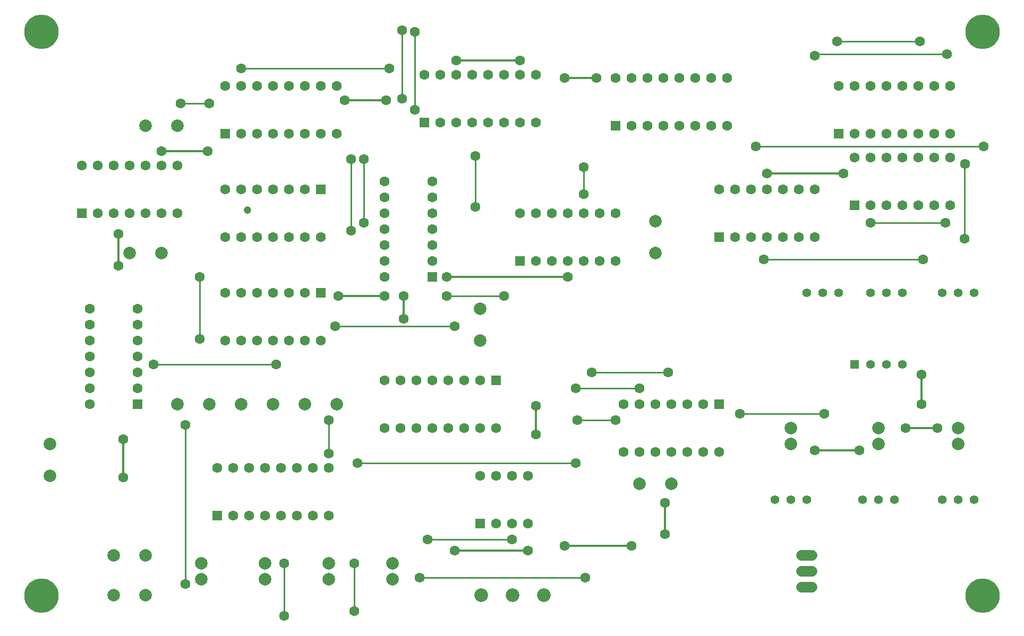
<source format=gbr>
G04 EAGLE Gerber RS-274X export*
G75*
%MOMM*%
%FSLAX34Y34*%
%LPD*%
%INTop Copper*%
%IPPOS*%
%AMOC8*
5,1,8,0,0,1.08239X$1,22.5*%
G01*
%ADD10C,2.000000*%
%ADD11R,1.400000X1.400000*%
%ADD12C,1.400000*%
%ADD13C,1.676400*%
%ADD14R,1.600000X1.600000*%
%ADD15C,1.600000*%
%ADD16C,2.184400*%
%ADD17C,0.300000*%
%ADD18C,1.206400*%
%ADD19C,0.254000*%
%ADD20C,5.500000*%


D10*
X1003300Y228600D03*
X1054100Y228600D03*
X368300Y355600D03*
X419100Y355600D03*
X469900Y355600D03*
X520700Y355600D03*
X266700Y355600D03*
X317500Y355600D03*
X190500Y596900D03*
X241300Y596900D03*
X215900Y800100D03*
X266700Y800100D03*
X749300Y508000D03*
X749300Y457200D03*
X1028700Y647700D03*
X1028700Y596900D03*
X304800Y101600D03*
X304800Y76200D03*
X406400Y101600D03*
X406400Y76200D03*
X508000Y101600D03*
X508000Y76200D03*
X609600Y101600D03*
X609600Y76200D03*
X1244600Y317500D03*
X1244600Y292100D03*
X1384300Y317500D03*
X1384300Y292100D03*
X1511300Y317500D03*
X1511300Y292100D03*
D11*
X1346200Y419100D03*
D12*
X1371600Y419100D03*
X1397000Y419100D03*
X1422400Y419100D03*
D13*
X1278382Y63500D02*
X1261618Y63500D01*
X1261618Y88900D02*
X1278382Y88900D01*
X1278382Y114300D02*
X1261618Y114300D01*
D12*
X1270000Y203200D03*
X1244600Y203200D03*
X1219200Y203200D03*
X1409700Y203200D03*
X1384300Y203200D03*
X1358900Y203200D03*
X1536700Y203200D03*
X1511300Y203200D03*
X1485900Y203200D03*
X1485900Y533400D03*
X1511300Y533400D03*
X1536700Y533400D03*
X1371600Y533400D03*
X1397000Y533400D03*
X1422400Y533400D03*
X1270000Y533400D03*
X1295400Y533400D03*
X1320800Y533400D03*
D10*
X165100Y114300D03*
X215900Y114300D03*
X215900Y50800D03*
X165100Y50800D03*
D14*
X749300Y165100D03*
D15*
X774700Y165100D03*
X800100Y165100D03*
X825500Y165100D03*
X825500Y241300D03*
X800100Y241300D03*
X774700Y241300D03*
X749300Y241300D03*
D14*
X114300Y660400D03*
D15*
X139700Y660400D03*
X165100Y660400D03*
X190500Y660400D03*
X215900Y660400D03*
X241300Y660400D03*
X266700Y660400D03*
X266700Y736600D03*
X241300Y736600D03*
X215900Y736600D03*
X190500Y736600D03*
X165100Y736600D03*
X139700Y736600D03*
X114300Y736600D03*
D14*
X1320800Y787400D03*
D15*
X1346200Y787400D03*
X1371600Y787400D03*
X1397000Y787400D03*
X1422400Y787400D03*
X1447800Y787400D03*
X1473200Y787400D03*
X1498600Y787400D03*
X1498600Y863600D03*
X1473200Y863600D03*
X1447800Y863600D03*
X1422400Y863600D03*
X1397000Y863600D03*
X1371600Y863600D03*
X1346200Y863600D03*
X1320800Y863600D03*
D14*
X965200Y800100D03*
D15*
X990600Y800100D03*
X1016000Y800100D03*
X1041400Y800100D03*
X1066800Y800100D03*
X1092200Y800100D03*
X1117600Y800100D03*
X1143000Y800100D03*
X1143000Y876300D03*
X1117600Y876300D03*
X1092200Y876300D03*
X1066800Y876300D03*
X1041400Y876300D03*
X1016000Y876300D03*
X990600Y876300D03*
X965200Y876300D03*
D14*
X660400Y805180D03*
D15*
X685800Y805180D03*
X711200Y805180D03*
X736600Y805180D03*
X762000Y805180D03*
X787400Y805180D03*
X812800Y805180D03*
X838200Y805180D03*
X838200Y881380D03*
X812800Y881380D03*
X787400Y881380D03*
X762000Y881380D03*
X736600Y881380D03*
X711200Y881380D03*
X685800Y881380D03*
X660400Y881380D03*
D14*
X342900Y787400D03*
D15*
X368300Y787400D03*
X393700Y787400D03*
X419100Y787400D03*
X444500Y787400D03*
X469900Y787400D03*
X495300Y787400D03*
X520700Y787400D03*
X520700Y863600D03*
X495300Y863600D03*
X469900Y863600D03*
X444500Y863600D03*
X419100Y863600D03*
X393700Y863600D03*
X368300Y863600D03*
X342900Y863600D03*
D14*
X1130300Y622300D03*
D15*
X1155700Y622300D03*
X1181100Y622300D03*
X1206500Y622300D03*
X1231900Y622300D03*
X1257300Y622300D03*
X1282700Y622300D03*
X1282700Y698500D03*
X1257300Y698500D03*
X1231900Y698500D03*
X1206500Y698500D03*
X1181100Y698500D03*
X1155700Y698500D03*
X1130300Y698500D03*
D14*
X1346200Y673100D03*
D15*
X1371600Y673100D03*
X1397000Y673100D03*
X1422400Y673100D03*
X1447800Y673100D03*
X1473200Y673100D03*
X1498600Y673100D03*
X1498600Y749300D03*
X1473200Y749300D03*
X1447800Y749300D03*
X1422400Y749300D03*
X1397000Y749300D03*
X1371600Y749300D03*
X1346200Y749300D03*
D14*
X774700Y393700D03*
D15*
X749300Y393700D03*
X723900Y393700D03*
X698500Y393700D03*
X673100Y393700D03*
X647700Y393700D03*
X622300Y393700D03*
X596900Y393700D03*
X596900Y317500D03*
X622300Y317500D03*
X647700Y317500D03*
X673100Y317500D03*
X698500Y317500D03*
X723900Y317500D03*
X749300Y317500D03*
X774700Y317500D03*
D14*
X1130300Y355600D03*
D15*
X1104900Y355600D03*
X1079500Y355600D03*
X1054100Y355600D03*
X1028700Y355600D03*
X1003300Y355600D03*
X977900Y355600D03*
X977900Y279400D03*
X1003300Y279400D03*
X1028700Y279400D03*
X1054100Y279400D03*
X1079500Y279400D03*
X1104900Y279400D03*
X1130300Y279400D03*
D14*
X673100Y558800D03*
D15*
X673100Y584200D03*
X673100Y609600D03*
X673100Y635000D03*
X673100Y660400D03*
X673100Y685800D03*
X673100Y711200D03*
X596900Y711200D03*
X596900Y685800D03*
X596900Y660400D03*
X596900Y635000D03*
X596900Y609600D03*
X596900Y584200D03*
X596900Y558800D03*
D14*
X812800Y584200D03*
D15*
X838200Y584200D03*
X863600Y584200D03*
X889000Y584200D03*
X914400Y584200D03*
X939800Y584200D03*
X965200Y584200D03*
X965200Y660400D03*
X939800Y660400D03*
X914400Y660400D03*
X889000Y660400D03*
X863600Y660400D03*
X838200Y660400D03*
X812800Y660400D03*
D14*
X495300Y698500D03*
D15*
X469900Y698500D03*
X444500Y698500D03*
X419100Y698500D03*
X393700Y698500D03*
X368300Y698500D03*
X342900Y698500D03*
X342900Y622300D03*
X368300Y622300D03*
X393700Y622300D03*
X419100Y622300D03*
X444500Y622300D03*
X469900Y622300D03*
X495300Y622300D03*
D14*
X330200Y177800D03*
D15*
X355600Y177800D03*
X381000Y177800D03*
X406400Y177800D03*
X431800Y177800D03*
X457200Y177800D03*
X482600Y177800D03*
X508000Y177800D03*
X508000Y254000D03*
X482600Y254000D03*
X457200Y254000D03*
X431800Y254000D03*
X406400Y254000D03*
X381000Y254000D03*
X355600Y254000D03*
X330200Y254000D03*
D14*
X495300Y533400D03*
D15*
X469900Y533400D03*
X444500Y533400D03*
X419100Y533400D03*
X393700Y533400D03*
X368300Y533400D03*
X342900Y533400D03*
X342900Y457200D03*
X368300Y457200D03*
X393700Y457200D03*
X419100Y457200D03*
X444500Y457200D03*
X469900Y457200D03*
X495300Y457200D03*
D14*
X203200Y355600D03*
D15*
X203200Y381000D03*
X203200Y406400D03*
X203200Y431800D03*
X203200Y457200D03*
X203200Y482600D03*
X203200Y508000D03*
X127000Y508000D03*
X127000Y482600D03*
X127000Y457200D03*
X127000Y431800D03*
X127000Y406400D03*
X127000Y381000D03*
X127000Y355600D03*
D16*
X750619Y50763D03*
X800619Y50763D03*
X850619Y50763D03*
D10*
X63500Y292100D03*
X63500Y241300D03*
D15*
X180340Y299720D03*
D17*
X180340Y238760D01*
D15*
X180340Y238760D03*
X523240Y528320D03*
D17*
X596900Y528320D01*
D15*
X596900Y528320D03*
X599440Y840740D03*
D17*
X533400Y840740D01*
D15*
X533400Y840740D03*
X711200Y904240D03*
D17*
X812800Y904240D01*
D15*
X812800Y904240D03*
X1282700Y281940D03*
D17*
X1353820Y281940D01*
D15*
X1353820Y281940D03*
X1427480Y317500D03*
D17*
X1478280Y317500D01*
D15*
X1478280Y317500D03*
X1452880Y402970D03*
D17*
X1452880Y355600D01*
D15*
X1452880Y355600D03*
X708660Y121920D03*
D17*
X825500Y121920D01*
D15*
X825500Y121920D03*
X990600Y129540D03*
D17*
X883920Y129540D01*
D15*
X883920Y129540D03*
X1043940Y148210D03*
D17*
X1043940Y198120D01*
D15*
X1043940Y198120D03*
X627380Y491870D03*
D17*
X627380Y528320D01*
D15*
X627380Y528320D03*
X883920Y876300D03*
D17*
X934720Y876300D01*
D15*
X934720Y876300D03*
X1206500Y723900D03*
D17*
X1328420Y723900D01*
D15*
X1328420Y723900D03*
X241300Y759460D03*
D17*
X314960Y759460D01*
D15*
X314960Y759460D03*
X172720Y627380D03*
D17*
X172720Y576580D01*
D15*
X172720Y576580D03*
X838200Y307340D03*
D17*
X838200Y353060D01*
D15*
X838200Y353060D03*
X695960Y558800D03*
D17*
X889000Y558800D01*
D15*
X889000Y558800D03*
D18*
X378460Y665798D03*
D15*
X800100Y139700D03*
D19*
X665480Y139700D01*
D15*
X665480Y139700D03*
X787400Y528320D03*
D19*
X695960Y528320D01*
D15*
X695960Y528320D03*
X1049020Y406400D03*
D19*
X927100Y406400D01*
D15*
X927100Y406400D03*
X965200Y330200D03*
D19*
X904240Y330200D01*
D15*
X904240Y330200D03*
X741680Y751840D03*
D19*
X741680Y670560D01*
D15*
X741680Y670560D03*
X543560Y632460D03*
D19*
X543560Y746760D01*
D15*
X543560Y746760D03*
X914400Y690880D03*
D19*
X914400Y734060D01*
D15*
X914400Y734060D03*
X1201420Y586740D03*
D19*
X1455420Y586740D01*
D15*
X1455420Y586740D03*
X563880Y645160D03*
D19*
X563880Y746760D01*
D15*
X563880Y746760D03*
X1188720Y767080D03*
X1551940Y767080D03*
D19*
X1188720Y767080D01*
D15*
X436880Y101600D03*
D19*
X436880Y18160D01*
D15*
X436880Y18160D03*
X1450340Y934720D03*
D19*
X1318260Y934720D01*
D15*
X1318260Y934720D03*
X548640Y101600D03*
D19*
X548640Y25400D01*
D15*
X548640Y25400D03*
X1493520Y914400D03*
D19*
X1285240Y914400D01*
X1282700Y911860D01*
D15*
X1282700Y911860D03*
X302260Y459740D03*
D19*
X302260Y558800D01*
D15*
X302260Y558800D03*
X424180Y419100D03*
D19*
X228600Y419100D01*
D15*
X228600Y419100D03*
X1003300Y381000D03*
D19*
X901700Y381000D01*
D15*
X901700Y381000D03*
X518160Y480060D03*
X708660Y480060D03*
D19*
X518160Y480060D01*
D15*
X1297940Y340360D03*
D19*
X1163320Y340360D01*
D15*
X1163320Y340360D03*
X901700Y261620D03*
D19*
X553720Y261620D01*
D15*
X553720Y261620D03*
X1521460Y619760D03*
D19*
X1521460Y738250D01*
X1522350Y739140D01*
D15*
X1522350Y739140D03*
X508000Y276860D03*
D19*
X508000Y330200D01*
D15*
X508000Y330200D03*
X916940Y78740D03*
D19*
X652780Y78740D01*
D15*
X652780Y78740D03*
X279400Y68580D03*
D19*
X279400Y322580D01*
D15*
X279400Y322580D03*
X645160Y949960D03*
D19*
X645160Y825500D01*
D15*
X645160Y825500D03*
X1371600Y645160D03*
D19*
X1490980Y645160D01*
D15*
X1490980Y645160D03*
X624840Y843280D03*
D19*
X624840Y952500D01*
D15*
X624840Y952500D03*
X271780Y835660D03*
D19*
X317500Y835660D01*
D15*
X317500Y835660D03*
X604520Y891540D03*
D19*
X368300Y891540D01*
D15*
X368300Y891540D03*
D20*
X50000Y950000D03*
X1550000Y950000D03*
X1550000Y50000D03*
X50000Y50000D03*
M02*

</source>
